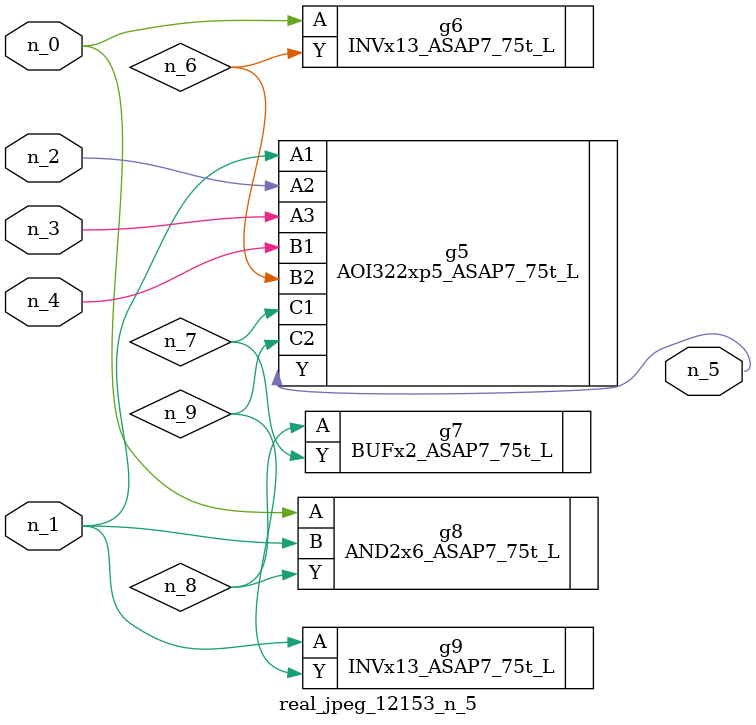
<source format=v>
module real_jpeg_12153_n_5 (n_4, n_0, n_1, n_2, n_3, n_5);

input n_4;
input n_0;
input n_1;
input n_2;
input n_3;

output n_5;

wire n_8;
wire n_6;
wire n_7;
wire n_9;

INVx13_ASAP7_75t_L g6 ( 
.A(n_0),
.Y(n_6)
);

AND2x6_ASAP7_75t_L g8 ( 
.A(n_0),
.B(n_1),
.Y(n_8)
);

AOI322xp5_ASAP7_75t_L g5 ( 
.A1(n_1),
.A2(n_2),
.A3(n_3),
.B1(n_4),
.B2(n_6),
.C1(n_7),
.C2(n_9),
.Y(n_5)
);

INVx13_ASAP7_75t_L g9 ( 
.A(n_1),
.Y(n_9)
);

BUFx2_ASAP7_75t_L g7 ( 
.A(n_8),
.Y(n_7)
);


endmodule
</source>
